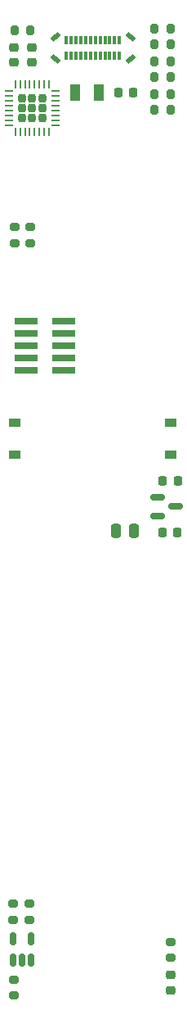
<source format=gbr>
%TF.GenerationSoftware,KiCad,Pcbnew,6.0.11-2627ca5db0~126~ubuntu22.04.1*%
%TF.CreationDate,2023-05-04T09:26:43+02:00*%
%TF.ProjectId,OTBreakOut,4f544272-6561-46b4-9f75-742e6b696361,rev?*%
%TF.SameCoordinates,Original*%
%TF.FileFunction,Paste,Top*%
%TF.FilePolarity,Positive*%
%FSLAX46Y46*%
G04 Gerber Fmt 4.6, Leading zero omitted, Abs format (unit mm)*
G04 Created by KiCad (PCBNEW 6.0.11-2627ca5db0~126~ubuntu22.04.1) date 2023-05-04 09:26:43*
%MOMM*%
%LPD*%
G01*
G04 APERTURE LIST*
G04 Aperture macros list*
%AMRoundRect*
0 Rectangle with rounded corners*
0 $1 Rounding radius*
0 $2 $3 $4 $5 $6 $7 $8 $9 X,Y pos of 4 corners*
0 Add a 4 corners polygon primitive as box body*
4,1,4,$2,$3,$4,$5,$6,$7,$8,$9,$2,$3,0*
0 Add four circle primitives for the rounded corners*
1,1,$1+$1,$2,$3*
1,1,$1+$1,$4,$5*
1,1,$1+$1,$6,$7*
1,1,$1+$1,$8,$9*
0 Add four rect primitives between the rounded corners*
20,1,$1+$1,$2,$3,$4,$5,0*
20,1,$1+$1,$4,$5,$6,$7,0*
20,1,$1+$1,$6,$7,$8,$9,0*
20,1,$1+$1,$8,$9,$2,$3,0*%
%AMRotRect*
0 Rectangle, with rotation*
0 The origin of the aperture is its center*
0 $1 length*
0 $2 width*
0 $3 Rotation angle, in degrees counterclockwise*
0 Add horizontal line*
21,1,$1,$2,0,0,$3*%
G04 Aperture macros list end*
%ADD10RoundRect,0.207500X-0.207500X-0.207500X0.207500X-0.207500X0.207500X0.207500X-0.207500X0.207500X0*%
%ADD11RoundRect,0.062500X-0.375000X-0.062500X0.375000X-0.062500X0.375000X0.062500X-0.375000X0.062500X0*%
%ADD12RoundRect,0.062500X-0.062500X-0.375000X0.062500X-0.375000X0.062500X0.375000X-0.062500X0.375000X0*%
%ADD13RoundRect,0.200000X-0.200000X-0.275000X0.200000X-0.275000X0.200000X0.275000X-0.200000X0.275000X0*%
%ADD14R,2.400000X0.740000*%
%ADD15R,1.000000X1.800000*%
%ADD16RoundRect,0.225000X0.250000X-0.225000X0.250000X0.225000X-0.250000X0.225000X-0.250000X-0.225000X0*%
%ADD17RoundRect,0.225000X0.225000X0.250000X-0.225000X0.250000X-0.225000X-0.250000X0.225000X-0.250000X0*%
%ADD18RoundRect,0.225000X-0.225000X-0.250000X0.225000X-0.250000X0.225000X0.250000X-0.225000X0.250000X0*%
%ADD19R,1.200000X0.900000*%
%ADD20RoundRect,0.200000X-0.275000X0.200000X-0.275000X-0.200000X0.275000X-0.200000X0.275000X0.200000X0*%
%ADD21RoundRect,0.200000X0.275000X-0.200000X0.275000X0.200000X-0.275000X0.200000X-0.275000X-0.200000X0*%
%ADD22RoundRect,0.250000X-0.250000X-0.475000X0.250000X-0.475000X0.250000X0.475000X-0.250000X0.475000X0*%
%ADD23RoundRect,0.150000X0.150000X-0.512500X0.150000X0.512500X-0.150000X0.512500X-0.150000X-0.512500X0*%
%ADD24RoundRect,0.150000X-0.587500X-0.150000X0.587500X-0.150000X0.587500X0.150000X-0.587500X0.150000X0*%
%ADD25RoundRect,0.200000X0.200000X0.275000X-0.200000X0.275000X-0.200000X-0.275000X0.200000X-0.275000X0*%
%ADD26RotRect,1.030000X0.500000X320.000000*%
%ADD27RotRect,1.030000X0.500000X40.000000*%
%ADD28R,0.300000X0.850000*%
G04 APERTURE END LIST*
D10*
%TO.C,U1*%
X94730000Y-66830000D03*
X93700000Y-65800000D03*
X92670000Y-64770000D03*
X94730000Y-64770000D03*
X94730000Y-65800000D03*
X92670000Y-66830000D03*
X92670000Y-65800000D03*
X93700000Y-66830000D03*
X93700000Y-64770000D03*
D11*
X91262500Y-64050000D03*
X91262500Y-64550000D03*
X91262500Y-65050000D03*
X91262500Y-65550000D03*
X91262500Y-66050000D03*
X91262500Y-66550000D03*
X91262500Y-67050000D03*
X91262500Y-67550000D03*
D12*
X91950000Y-68237500D03*
X92450000Y-68237500D03*
X92950000Y-68237500D03*
X93450000Y-68237500D03*
X93950000Y-68237500D03*
X94450000Y-68237500D03*
X94950000Y-68237500D03*
X95450000Y-68237500D03*
D11*
X96137500Y-67550000D03*
X96137500Y-67050000D03*
X96137500Y-66550000D03*
X96137500Y-66050000D03*
X96137500Y-65550000D03*
X96137500Y-65050000D03*
X96137500Y-64550000D03*
X96137500Y-64050000D03*
D12*
X95450000Y-63362500D03*
X94950000Y-63362500D03*
X94450000Y-63362500D03*
X93950000Y-63362500D03*
X93450000Y-63362500D03*
X92950000Y-63362500D03*
X92450000Y-63362500D03*
X91950000Y-63362500D03*
%TD*%
D13*
%TO.C,R1*%
X106375000Y-57600000D03*
X108025000Y-57600000D03*
%TD*%
D14*
%TO.C,J10*%
X93050000Y-87860000D03*
X96950000Y-87860000D03*
X93050000Y-89130000D03*
X96950000Y-89130000D03*
X93050000Y-90400000D03*
X96950000Y-90400000D03*
X93050000Y-91670000D03*
X96950000Y-91670000D03*
X93050000Y-92940000D03*
X96950000Y-92940000D03*
%TD*%
D15*
%TO.C,Y1*%
X100650000Y-64200000D03*
X98150000Y-64200000D03*
%TD*%
D16*
%TO.C,C2*%
X93700000Y-61075000D03*
X93700000Y-59525000D03*
%TD*%
D17*
%TO.C,C3*%
X104175000Y-64200000D03*
X102625000Y-64200000D03*
%TD*%
D18*
%TO.C,C4*%
X107250000Y-104300000D03*
X108800000Y-104300000D03*
%TD*%
D19*
%TO.C,D2*%
X108100000Y-101650000D03*
X108100000Y-98350000D03*
%TD*%
D13*
%TO.C,R5*%
X106375000Y-61000000D03*
X108025000Y-61000000D03*
%TD*%
D20*
%TO.C,R10*%
X93400000Y-148050000D03*
X93400000Y-149700000D03*
%TD*%
D17*
%TO.C,C5*%
X108775000Y-109700000D03*
X107225000Y-109700000D03*
%TD*%
D13*
%TO.C,R12*%
X106375000Y-66000000D03*
X108025000Y-66000000D03*
%TD*%
D21*
%TO.C,R7*%
X108100000Y-153625000D03*
X108100000Y-151975000D03*
%TD*%
D22*
%TO.C,C7*%
X102350000Y-109500000D03*
X104250000Y-109500000D03*
%TD*%
D13*
%TO.C,R2*%
X106375000Y-62600000D03*
X108025000Y-62600000D03*
%TD*%
D23*
%TO.C,U3*%
X91700000Y-153900000D03*
X92650000Y-153900000D03*
X93600000Y-153900000D03*
X93600000Y-151625000D03*
X91700000Y-151625000D03*
%TD*%
D13*
%TO.C,R4*%
X106375000Y-59200000D03*
X108025000Y-59200000D03*
%TD*%
D16*
%TO.C,C6*%
X108100000Y-156975000D03*
X108100000Y-155425000D03*
%TD*%
D19*
%TO.C,D1*%
X91900000Y-101650000D03*
X91900000Y-98350000D03*
%TD*%
D16*
%TO.C,C1*%
X91800000Y-61075000D03*
X91800000Y-59525000D03*
%TD*%
D24*
%TO.C,U2*%
X106662500Y-106050000D03*
X106662500Y-107950000D03*
X108537500Y-107000000D03*
%TD*%
D13*
%TO.C,R13*%
X106375000Y-64400000D03*
X108025000Y-64400000D03*
%TD*%
D21*
%TO.C,R11*%
X91800000Y-157550000D03*
X91800000Y-155900000D03*
%TD*%
%TO.C,R6*%
X93500000Y-79775000D03*
X93500000Y-78125000D03*
%TD*%
%TO.C,R8*%
X91900000Y-79775000D03*
X91900000Y-78125000D03*
%TD*%
%TO.C,R9*%
X91700000Y-149700000D03*
X91700000Y-148050000D03*
%TD*%
D25*
%TO.C,R3*%
X93525000Y-57800000D03*
X91875000Y-57800000D03*
%TD*%
D26*
%TO.C,J8*%
X96120000Y-60735000D03*
D27*
X96120000Y-58465000D03*
D26*
X103880000Y-58465000D03*
D27*
X103880000Y-60735000D03*
D28*
X97250000Y-58770000D03*
X97750000Y-58770000D03*
X98250000Y-58770000D03*
X98750000Y-58770000D03*
X99250000Y-58770000D03*
X99750000Y-58770000D03*
X100250000Y-58770000D03*
X100750000Y-58770000D03*
X101250000Y-58770000D03*
X101750000Y-58770000D03*
X102250000Y-58770000D03*
X102750000Y-58770000D03*
X102750000Y-60430000D03*
X102250000Y-60430000D03*
X101750000Y-60430000D03*
X101250000Y-60430000D03*
X100750000Y-60430000D03*
X100250000Y-60430000D03*
X99750000Y-60430000D03*
X99250000Y-60430000D03*
X98750000Y-60430000D03*
X98250000Y-60430000D03*
X97750000Y-60430000D03*
X97250000Y-60430000D03*
%TD*%
M02*

</source>
